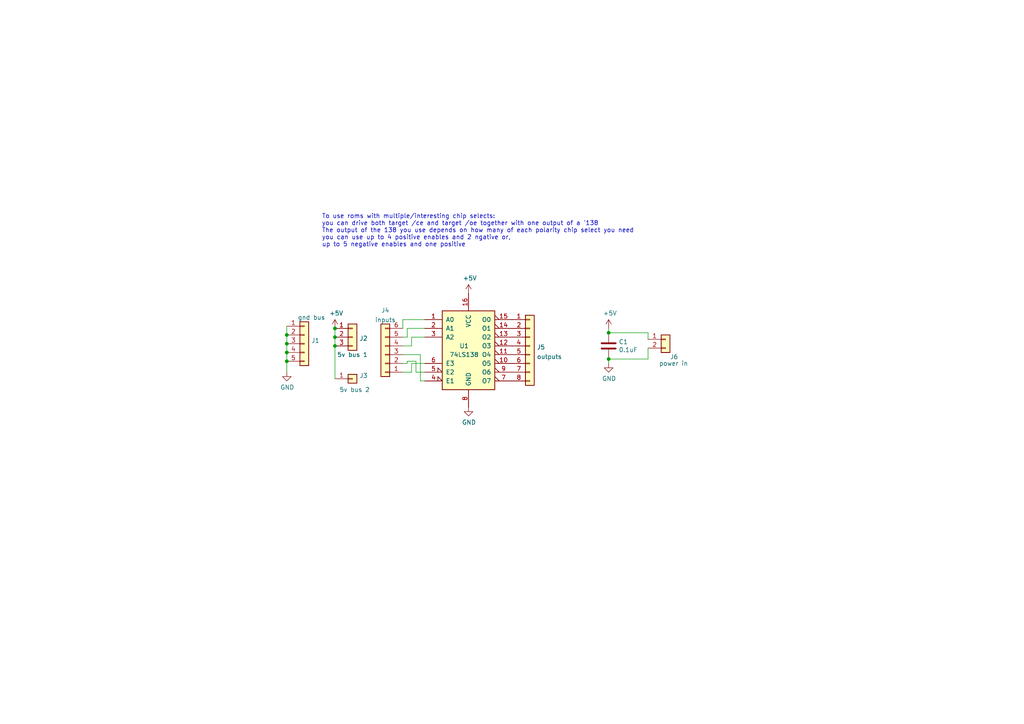
<source format=kicad_sch>
(kicad_sch (version 20211123) (generator eeschema)
  (paper "A4")
  (lib_symbols
    (symbol "74xx:74LS138" (pin_names (offset 1.016))
      (property "Reference" "U" (at -7.62 11.43 0))
      (property "Value" "74LS138" (at -7.62 -13.97 0))
      (symbol "74LS138_1_0"
        (pin input line (at -12.7 7.62 0) (length 5.08) (name "A0") (number "1"))
        (pin output output_low (at 12.7 -5.08 180) (length 5.08) (name "O5") (number "10"))
        (pin output output_low (at 12.7 -2.54 180) (length 5.08) (name "O4") (number "11"))
        (pin output output_low (at 12.7 0 180) (length 5.08) (name "O3") (number "12"))
        (pin output output_low (at 12.7 2.54 180) (length 5.08) (name "O2") (number "13"))
        (pin output output_low (at 12.7 5.08 180) (length 5.08) (name "O1") (number "14"))
        (pin output output_low (at 12.7 7.62 180) (length 5.08) (name "O0") (number "15"))
        (pin power_in line (at 0 15.24 270) (length 5.08) (name "VCC") (number "16"))
        (pin input line (at -12.7 5.08 0) (length 5.08) (name "A1") (number "2"))
        (pin input line (at -12.7 2.54 0) (length 5.08) (name "A2") (number "3"))
        (pin input input_low (at -12.7 -10.16 0) (length 5.08) (name "E1") (number "4"))
        (pin input input_low (at -12.7 -7.62 0) (length 5.08) (name "E2") (number "5"))
        (pin input line (at -12.7 -5.08 0) (length 5.08) (name "E3") (number "6"))
        (pin output output_low (at 12.7 -10.16 180) (length 5.08) (name "O7") (number "7"))
        (pin power_in line (at 0 -17.78 90) (length 5.08) (name "GND") (number "8"))
        (pin output output_low (at 12.7 -7.62 180) (length 5.08) (name "O6") (number "9"))
      )
      (symbol "74LS138_1_1"
        (rectangle (start -7.62 10.16) (end 7.62 -12.7) (stroke (width 0.254)) (fill (type background)))
      )
    )
    (symbol "Connector_Generic:Conn_01x01" (pin_names (offset 1.016) hide)
      (property "Reference" "J" (at 0 2.54 0))
      (property "Value" "Conn_01x01" (at 0 -2.54 0))
      (symbol "Conn_01x01_1_1"
        (rectangle (start -1.27 0.127) (end 0 -0.127) (stroke (width 0.1524)))
        (rectangle (start -1.27 1.27) (end 1.27 -1.27) (stroke (width 0.254)) (fill (type background)))
        (pin passive line (at -5.08 0 0) (length 3.81) (name "Pin_1") (number "1"))
      )
    )
    (symbol "Connector_Generic:Conn_01x02" (pin_names (offset 1.016) hide)
      (property "Reference" "J" (at 0 2.54 0))
      (property "Value" "Conn_01x02" (at 0 -5.08 0))
      (symbol "Conn_01x02_1_1"
        (rectangle (start -1.27 -2.413) (end 0 -2.667) (stroke (width 0.1524)))
        (rectangle (start -1.27 0.127) (end 0 -0.127) (stroke (width 0.1524)))
        (rectangle (start -1.27 1.27) (end 1.27 -3.81) (stroke (width 0.254)) (fill (type background)))
        (pin passive line (at -5.08 0 0) (length 3.81) (name "Pin_1") (number "1"))
        (pin passive line (at -5.08 -2.54 0) (length 3.81) (name "Pin_2") (number "2"))
      )
    )
    (symbol "Connector_Generic:Conn_01x03" (pin_names (offset 1.016) hide)
      (property "Reference" "J" (at 0 5.08 0))
      (property "Value" "Conn_01x03" (at 0 -5.08 0))
      (symbol "Conn_01x03_1_1"
        (rectangle (start -1.27 -2.413) (end 0 -2.667) (stroke (width 0.1524)))
        (rectangle (start -1.27 0.127) (end 0 -0.127) (stroke (width 0.1524)))
        (rectangle (start -1.27 2.667) (end 0 2.413) (stroke (width 0.1524)))
        (rectangle (start -1.27 3.81) (end 1.27 -3.81) (stroke (width 0.254)) (fill (type background)))
        (pin passive line (at -5.08 2.54 0) (length 3.81) (name "Pin_1") (number "1"))
        (pin passive line (at -5.08 0 0) (length 3.81) (name "Pin_2") (number "2"))
        (pin passive line (at -5.08 -2.54 0) (length 3.81) (name "Pin_3") (number "3"))
      )
    )
    (symbol "Connector_Generic:Conn_01x05" (pin_names (offset 1.016) hide)
      (property "Reference" "J" (at 0 7.62 0))
      (property "Value" "Conn_01x05" (at 0 -7.62 0))
      (symbol "Conn_01x05_1_1"
        (rectangle (start -1.27 -4.953) (end 0 -5.207) (stroke (width 0.1524)))
        (rectangle (start -1.27 -2.413) (end 0 -2.667) (stroke (width 0.1524)))
        (rectangle (start -1.27 0.127) (end 0 -0.127) (stroke (width 0.1524)))
        (rectangle (start -1.27 2.667) (end 0 2.413) (stroke (width 0.1524)))
        (rectangle (start -1.27 5.207) (end 0 4.953) (stroke (width 0.1524)))
        (rectangle (start -1.27 6.35) (end 1.27 -6.35) (stroke (width 0.254)) (fill (type background)))
        (pin passive line (at -5.08 5.08 0) (length 3.81) (name "Pin_1") (number "1"))
        (pin passive line (at -5.08 2.54 0) (length 3.81) (name "Pin_2") (number "2"))
        (pin passive line (at -5.08 0 0) (length 3.81) (name "Pin_3") (number "3"))
        (pin passive line (at -5.08 -2.54 0) (length 3.81) (name "Pin_4") (number "4"))
        (pin passive line (at -5.08 -5.08 0) (length 3.81) (name "Pin_5") (number "5"))
      )
    )
    (symbol "Connector_Generic:Conn_01x06" (pin_names (offset 1.016) hide)
      (property "Reference" "J" (at 0 7.62 0))
      (property "Value" "Conn_01x06" (at 0 -10.16 0))
      (symbol "Conn_01x06_1_1"
        (rectangle (start -1.27 -7.493) (end 0 -7.747) (stroke (width 0.1524)))
        (rectangle (start -1.27 -4.953) (end 0 -5.207) (stroke (width 0.1524)))
        (rectangle (start -1.27 -2.413) (end 0 -2.667) (stroke (width 0.1524)))
        (rectangle (start -1.27 0.127) (end 0 -0.127) (stroke (width 0.1524)))
        (rectangle (start -1.27 2.667) (end 0 2.413) (stroke (width 0.1524)))
        (rectangle (start -1.27 5.207) (end 0 4.953) (stroke (width 0.1524)))
        (rectangle (start -1.27 6.35) (end 1.27 -8.89) (stroke (width 0.254)) (fill (type background)))
        (pin passive line (at -5.08 5.08 0) (length 3.81) (name "Pin_1") (number "1"))
        (pin passive line (at -5.08 2.54 0) (length 3.81) (name "Pin_2") (number "2"))
        (pin passive line (at -5.08 0 0) (length 3.81) (name "Pin_3") (number "3"))
        (pin passive line (at -5.08 -2.54 0) (length 3.81) (name "Pin_4") (number "4"))
        (pin passive line (at -5.08 -5.08 0) (length 3.81) (name "Pin_5") (number "5"))
        (pin passive line (at -5.08 -7.62 0) (length 3.81) (name "Pin_6") (number "6"))
      )
    )
    (symbol "Connector_Generic:Conn_01x08" (pin_names (offset 1.016) hide)
      (property "Reference" "J" (at 0 10.16 0))
      (property "Value" "Conn_01x08" (at 0 -12.7 0))
      (symbol "Conn_01x08_1_1"
        (rectangle (start -1.27 -10.033) (end 0 -10.287) (stroke (width 0.1524)))
        (rectangle (start -1.27 -7.493) (end 0 -7.747) (stroke (width 0.1524)))
        (rectangle (start -1.27 -4.953) (end 0 -5.207) (stroke (width 0.1524)))
        (rectangle (start -1.27 -2.413) (end 0 -2.667) (stroke (width 0.1524)))
        (rectangle (start -1.27 0.127) (end 0 -0.127) (stroke (width 0.1524)))
        (rectangle (start -1.27 2.667) (end 0 2.413) (stroke (width 0.1524)))
        (rectangle (start -1.27 5.207) (end 0 4.953) (stroke (width 0.1524)))
        (rectangle (start -1.27 7.747) (end 0 7.493) (stroke (width 0.1524)))
        (rectangle (start -1.27 8.89) (end 1.27 -11.43) (stroke (width 0.254)) (fill (type background)))
        (pin passive line (at -5.08 7.62 0) (length 3.81) (name "Pin_1") (number "1"))
        (pin passive line (at -5.08 5.08 0) (length 3.81) (name "Pin_2") (number "2"))
        (pin passive line (at -5.08 2.54 0) (length 3.81) (name "Pin_3") (number "3"))
        (pin passive line (at -5.08 0 0) (length 3.81) (name "Pin_4") (number "4"))
        (pin passive line (at -5.08 -2.54 0) (length 3.81) (name "Pin_5") (number "5"))
        (pin passive line (at -5.08 -5.08 0) (length 3.81) (name "Pin_6") (number "6"))
        (pin passive line (at -5.08 -7.62 0) (length 3.81) (name "Pin_7") (number "7"))
        (pin passive line (at -5.08 -10.16 0) (length 3.81) (name "Pin_8") (number "8"))
      )
    )
    (symbol "Device:C" (pin_numbers hide) (pin_names (offset 0.254))
      (property "Reference" "C" (at 0.635 2.54 0))
      (property "Value" "C" (at 0.635 -2.54 0))
      (symbol "C_0_1"
        (polyline (pts (xy -2.032 -0.762) (xy 2.032 -0.762)) (stroke (width 0.508)))
        (polyline (pts (xy -2.032 0.762) (xy 2.032 0.762)) (stroke (width 0.508)))
      )
      (symbol "C_1_1"
        (pin passive line (at 0 3.81 270) (length 2.794) (name "~") (number "1"))
        (pin passive line (at 0 -3.81 90) (length 2.794) (name "~") (number "2"))
      )
    )
    (symbol "power:+5V" (power) (pin_names (offset 0))
      (property "Value" "+5V" (at 0 3.556 0))
      (symbol "+5V_0_1"
        (polyline (pts (xy -0.762 1.27) (xy 0 2.54)))
        (polyline (pts (xy 0 0) (xy 0 2.54)))
        (polyline (pts (xy 0 2.54) (xy 0.762 1.27)))
      )
      (symbol "+5V_1_1"
        (pin power_in line (at 0 0 90) (length 0) hide (name "+5V") (number "1"))
      )
    )
    (symbol "power:GND" (power) (pin_names (offset 0))
      (property "Value" "GND" (at 0 -3.81 0))
      (symbol "GND_0_1"
        (polyline (pts (xy 0 0) (xy 0 -1.27) (xy 1.27 -1.27) (xy 0 -2.54) (xy -1.27 -1.27) (xy 0 -1.27)))
      )
      (symbol "GND_1_1"
        (pin power_in line (at 0 0 270) (length 0) hide (name "GND") (number "1"))
      )
    )
  )
  (junction (at 176.53 96.52))
  (junction (at 83.185 99.695))
  (junction (at 83.185 104.775))
  (junction (at 97.155 97.79))
  (junction (at 97.155 95.25))
  (junction (at 83.185 102.235))
  (junction (at 97.155 100.33))
  (junction (at 176.53 104.14))
  (junction (at 83.185 97.155))
  (wire (pts (xy 119.38 100.33) (xy 119.38 97.79)))
  (wire (pts (xy 116.84 97.79) (xy 118.11 97.79)))
  (wire (pts (xy 123.19 110.49) (xy 121.92 110.49)))
  (wire (pts (xy 119.38 97.79) (xy 123.19 97.79)))
  (wire (pts (xy 121.92 110.49) (xy 121.92 102.87)))
  (wire (pts (xy 83.185 99.695) (xy 83.185 102.235)))
  (wire (pts (xy 97.155 97.79) (xy 97.155 100.33)))
  (wire (pts (xy 187.96 104.14) (xy 187.96 100.965)))
  (wire (pts (xy 118.11 105.41) (xy 116.84 105.41)))
  (wire (pts (xy 120.65 104.775) (xy 118.11 104.775)))
  (wire (pts (xy 118.11 104.775) (xy 118.11 105.41)))
  (wire (pts (xy 118.11 95.25) (xy 123.19 95.25)))
  (wire (pts (xy 176.53 104.14) (xy 176.53 105.41)))
  (wire (pts (xy 83.185 97.155) (xy 83.185 99.695)))
  (wire (pts (xy 83.185 94.615) (xy 83.185 97.155)))
  (wire (pts (xy 116.84 100.33) (xy 119.38 100.33)))
  (wire (pts (xy 123.19 107.95) (xy 120.65 107.95)))
  (wire (pts (xy 120.65 107.95) (xy 120.65 104.775)))
  (wire (pts (xy 116.84 95.25) (xy 116.84 92.71)))
  (wire (pts (xy 83.185 102.235) (xy 83.185 104.775)))
  (wire (pts (xy 187.96 96.52) (xy 176.53 96.52)))
  (wire (pts (xy 119.38 107.95) (xy 119.38 105.41)))
  (wire (pts (xy 118.11 97.79) (xy 118.11 95.25)))
  (wire (pts (xy 119.38 105.41) (xy 123.19 105.41)))
  (wire (pts (xy 176.53 104.14) (xy 187.96 104.14)))
  (wire (pts (xy 116.84 92.71) (xy 123.19 92.71)))
  (wire (pts (xy 187.96 98.425) (xy 187.96 96.52)))
  (wire (pts (xy 176.53 95.25) (xy 176.53 96.52)))
  (wire (pts (xy 83.185 104.775) (xy 83.185 107.95)))
  (wire (pts (xy 97.155 95.25) (xy 97.155 97.79)))
  (wire (pts (xy 116.84 107.95) (xy 119.38 107.95)))
  (wire (pts (xy 121.92 102.87) (xy 116.84 102.87)))
  (wire (pts (xy 97.155 100.33) (xy 97.155 109.855)))
  (text "To use roms with multiple/interesting chip selects:\nyou can drive both target /ce and target /oe together with one output of a '138\nThe output of the 138 you use depends on how many of each polarity chip select you need\nyou can use up to 4 positive enables and 2 ngative or, \nup to 5 negative enables and one positive" (at 93.345 71.755 0) (effects (font (size 1.27 1.27)) (justify left bottom)))
  (symbol (lib_id "power:GND") (at 135.89 118.11 0) (unit 1)
    (property "Reference" "#PWR0103" (effects hide))
    (property "Value" "GND" (at 136.017 122.5042 0))
  )
  (symbol (lib_id "Connector_Generic:Conn_01x03") (at 102.235 97.79 0) (unit 1)
    (property "Reference" "J2" (at 104.267 98.1515 0) (effects (justify left)))
    (property "Value" "5v bus 1" (at 97.79 102.87 0) (effects (justify left)))
    (property "Footprint" "Connector_PinHeader_2.54mm:PinHeader_1x03_P2.54mm_Vertical" (effects hide))
  )
  (symbol (lib_id "Connector_Generic:Conn_01x06") (at 111.76 102.87 180) (unit 1)
    (property "Reference" "J4" (at 111.76 90.0135 0))
    (property "Value" "inputs" (at 111.76 92.7886 0))
    (property "Footprint" "Connector_PinHeader_2.54mm:PinHeader_1x06_P2.54mm_Vertical" (effects hide))
  )
  (symbol (lib_id "74xx:74LS138") (at 135.89 100.33 0) (unit 1)
    (property "Reference" "U1" (at 134.62 100.33 0))
    (property "Value" "74LS138" (at 134.62 102.87 0))
    (property "Footprint" "Package_DIP:DIP-16_W7.62mm" (effects hide))
    (property "Datasheet" "http://www.ti.com/lit/gpn/sn74LS138" (effects hide))
  )
  (symbol (lib_id "Connector_Generic:Conn_01x02") (at 193.04 98.425 0) (unit 1)
    (property "Reference" "J6" (at 194.31 103.505 0) (effects (justify left)))
    (property "Value" "power in" (at 191.135 105.41 0) (effects (justify left)))
    (property "Footprint" "Connector_PinHeader_2.54mm:PinHeader_1x02_P2.54mm_Vertical" (effects hide))
  )
  (symbol (lib_id "Connector_Generic:Conn_01x01") (at 102.235 109.855 0) (unit 1)
    (property "Reference" "J3" (at 104.267 108.9465 0) (effects (justify left)))
    (property "Value" "5v bus 2" (at 98.425 113.03 0) (effects (justify left)))
    (property "Footprint" "Connector_PinHeader_2.54mm:PinHeader_1x01_P2.54mm_Vertical" (effects hide))
  )
  (symbol (lib_id "power:+5V") (at 135.89 85.09 0) (unit 1)
    (property "Reference" "#PWR0104" (effects hide))
    (property "Value" "+5V" (at 136.271 80.6958 0))
  )
  (symbol (lib_id "power:GND") (at 176.53 105.41 0) (unit 1)
    (property "Reference" "#PWR0106" (effects hide))
    (property "Value" "GND" (at 176.657 109.8042 0))
  )
  (symbol (lib_id "Connector_Generic:Conn_01x08") (at 153.67 100.33 0) (unit 1)
    (property "Reference" "J5" (at 155.702 100.6915 0) (effects (justify left)))
    (property "Value" "outputs" (at 155.702 103.4666 0) (effects (justify left)))
    (property "Footprint" "Connector_PinHeader_2.54mm:PinHeader_1x08_P2.54mm_Vertical" (effects hide))
  )
  (symbol (lib_id "power:+5V") (at 176.53 95.25 0) (unit 1)
    (property "Reference" "#PWR0105" (effects hide))
    (property "Value" "+5V" (at 176.911 90.8558 0))
  )
  (symbol (lib_id "power:+5V") (at 97.155 95.25 0) (unit 1)
    (property "Reference" "#PWR0101" (effects hide))
    (property "Value" "+5V" (at 97.536 90.8558 0))
  )
  (symbol (lib_id "power:GND") (at 83.185 107.95 0) (unit 1)
    (property "Reference" "#PWR0102" (effects hide))
    (property "Value" "GND" (at 83.312 112.3442 0))
  )
  (symbol (lib_id "Device:C") (at 176.53 100.33 0) (unit 1)
    (property "Reference" "C1" (at 179.451 99.1616 0) (effects (justify left)))
    (property "Value" "0.1uF" (at 179.451 101.473 0) (effects (justify left)))
    (property "Footprint" "Capacitor_THT:C_Axial_L3.8mm_D2.6mm_P7.50mm_Horizontal" (effects hide))
  )
  (symbol (lib_id "Connector_Generic:Conn_01x05") (at 88.265 99.695 0) (unit 1)
    (property "Reference" "J1" (at 90.297 98.7865 0) (effects (justify left)))
    (property "Value" "gnd bus" (at 86.36 92.075 0) (effects (justify left)))
    (property "Footprint" "Connector_PinHeader_2.54mm:PinHeader_1x05_P2.54mm_Vertical" (effects hide))
  )
)
</source>
